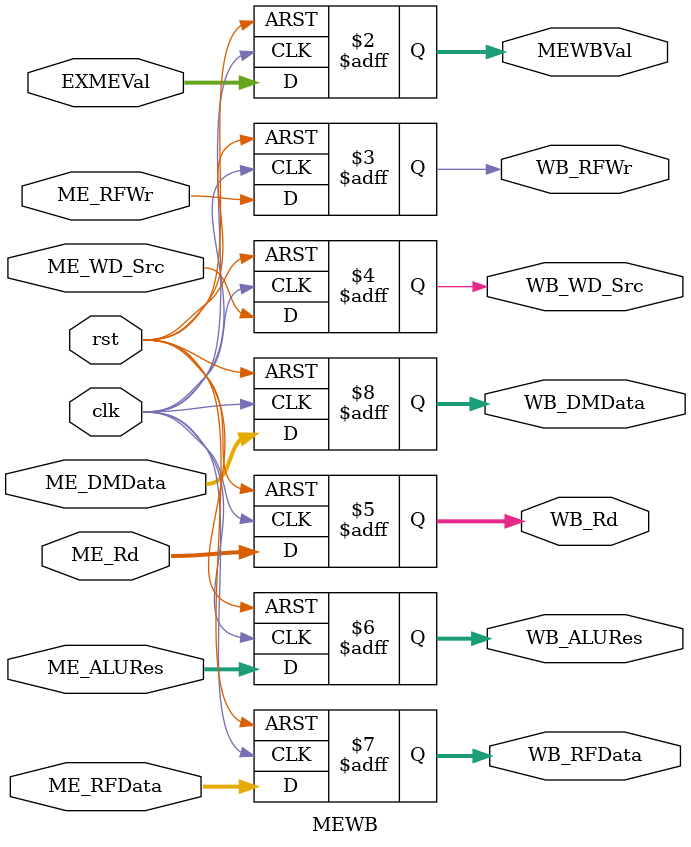
<source format=v>
module MEWB(clk, rst, MEWBVal, EXMEVal,
 ME_RFWr, ME_Rd, ME_WD_Src, ME_ALURes, ME_RFData, ME_DMData,
 WB_RFWr, WB_Rd, WB_WD_Src, WB_ALURes, WB_RFData, WB_DMData
);
  input clk, rst;
  input [63:0] EXMEVal;
  input ME_RFWr, ME_WD_Src;
  input [4:0] ME_Rd;
  input [31:0] ME_ALURes, ME_RFData, ME_DMData;
  //
  output reg [63:0] MEWBVal;
  output reg WB_RFWr, WB_WD_Src;
  output reg [4:0] WB_Rd;
  output reg [31:0] WB_ALURes, WB_RFData, WB_DMData;
  //
  always @(posedge clk, posedge rst)
  begin
    if (rst)
      begin
        MEWBVal <= 0;
        WB_RFWr <= 0;
        WB_Rd   <= 0;
        WB_WD_Src <= 0;
        WB_ALURes <= 0;
        WB_RFData <= 0;
        WB_DMData <= 0;
      end
    else
      begin
        MEWBVal <= EXMEVal[63:0];
        WB_RFWr <= ME_RFWr;
        WB_Rd   <= ME_Rd;
        WB_WD_Src <= ME_WD_Src;
        WB_ALURes <= ME_ALURes;
        WB_RFData <= ME_RFData;
        WB_DMData <= ME_DMData;
      end
  end
endmodule
</source>
